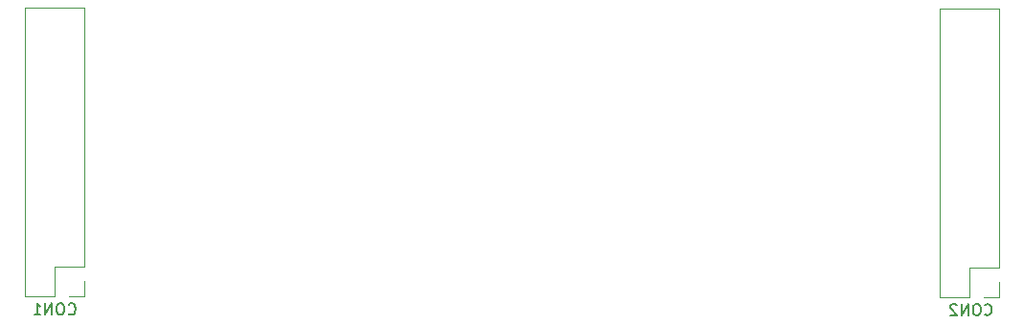
<source format=gbr>
G04 #@! TF.GenerationSoftware,KiCad,Pcbnew,(5.1.4)-1*
G04 #@! TF.CreationDate,2020-12-20T09:49:53+01:00*
G04 #@! TF.ProjectId,MonochromeRGB,4d6f6e6f-6368-4726-9f6d-655247422e6b,rev?*
G04 #@! TF.SameCoordinates,Original*
G04 #@! TF.FileFunction,Legend,Bot*
G04 #@! TF.FilePolarity,Positive*
%FSLAX46Y46*%
G04 Gerber Fmt 4.6, Leading zero omitted, Abs format (unit mm)*
G04 Created by KiCad (PCBNEW (5.1.4)-1) date 2020-12-20 09:49:53*
%MOMM*%
%LPD*%
G04 APERTURE LIST*
%ADD10C,0.120000*%
%ADD11C,0.150000*%
G04 APERTURE END LIST*
D10*
X109540040Y-137489240D02*
X110870040Y-137489240D01*
X110870040Y-137489240D02*
X110870040Y-136159240D01*
X108270040Y-137489240D02*
X108270040Y-134889240D01*
X108270040Y-134889240D02*
X110870040Y-134889240D01*
X110870040Y-134889240D02*
X110870040Y-111969240D01*
X105670040Y-111969240D02*
X110870040Y-111969240D01*
X105670040Y-137489240D02*
X105670040Y-111969240D01*
X105670040Y-137489240D02*
X108270040Y-137489240D01*
X190400940Y-137552740D02*
X191730940Y-137552740D01*
X191730940Y-137552740D02*
X191730940Y-136222740D01*
X189130940Y-137552740D02*
X189130940Y-134952740D01*
X189130940Y-134952740D02*
X191730940Y-134952740D01*
X191730940Y-134952740D02*
X191730940Y-112032740D01*
X186530940Y-112032740D02*
X191730940Y-112032740D01*
X186530940Y-137552740D02*
X186530940Y-112032740D01*
X186530940Y-137552740D02*
X189130940Y-137552740D01*
D11*
X109509725Y-139043682D02*
X109557344Y-139091301D01*
X109700201Y-139138920D01*
X109795440Y-139138920D01*
X109938297Y-139091301D01*
X110033535Y-138996063D01*
X110081154Y-138900825D01*
X110128773Y-138710349D01*
X110128773Y-138567492D01*
X110081154Y-138377016D01*
X110033535Y-138281778D01*
X109938297Y-138186540D01*
X109795440Y-138138920D01*
X109700201Y-138138920D01*
X109557344Y-138186540D01*
X109509725Y-138234159D01*
X108890678Y-138138920D02*
X108700201Y-138138920D01*
X108604963Y-138186540D01*
X108509725Y-138281778D01*
X108462106Y-138472254D01*
X108462106Y-138805587D01*
X108509725Y-138996063D01*
X108604963Y-139091301D01*
X108700201Y-139138920D01*
X108890678Y-139138920D01*
X108985916Y-139091301D01*
X109081154Y-138996063D01*
X109128773Y-138805587D01*
X109128773Y-138472254D01*
X109081154Y-138281778D01*
X108985916Y-138186540D01*
X108890678Y-138138920D01*
X108033535Y-139138920D02*
X108033535Y-138138920D01*
X107462106Y-139138920D01*
X107462106Y-138138920D01*
X106462106Y-139138920D02*
X107033535Y-139138920D01*
X106747820Y-139138920D02*
X106747820Y-138138920D01*
X106843059Y-138281778D01*
X106938297Y-138377016D01*
X107033535Y-138424635D01*
X190497625Y-139107182D02*
X190545244Y-139154801D01*
X190688101Y-139202420D01*
X190783340Y-139202420D01*
X190926197Y-139154801D01*
X191021435Y-139059563D01*
X191069054Y-138964325D01*
X191116673Y-138773849D01*
X191116673Y-138630992D01*
X191069054Y-138440516D01*
X191021435Y-138345278D01*
X190926197Y-138250040D01*
X190783340Y-138202420D01*
X190688101Y-138202420D01*
X190545244Y-138250040D01*
X190497625Y-138297659D01*
X189878578Y-138202420D02*
X189688101Y-138202420D01*
X189592863Y-138250040D01*
X189497625Y-138345278D01*
X189450006Y-138535754D01*
X189450006Y-138869087D01*
X189497625Y-139059563D01*
X189592863Y-139154801D01*
X189688101Y-139202420D01*
X189878578Y-139202420D01*
X189973816Y-139154801D01*
X190069054Y-139059563D01*
X190116673Y-138869087D01*
X190116673Y-138535754D01*
X190069054Y-138345278D01*
X189973816Y-138250040D01*
X189878578Y-138202420D01*
X189021435Y-139202420D02*
X189021435Y-138202420D01*
X188450006Y-139202420D01*
X188450006Y-138202420D01*
X188021435Y-138297659D02*
X187973816Y-138250040D01*
X187878578Y-138202420D01*
X187640482Y-138202420D01*
X187545244Y-138250040D01*
X187497625Y-138297659D01*
X187450006Y-138392897D01*
X187450006Y-138488135D01*
X187497625Y-138630992D01*
X188069054Y-139202420D01*
X187450006Y-139202420D01*
M02*

</source>
